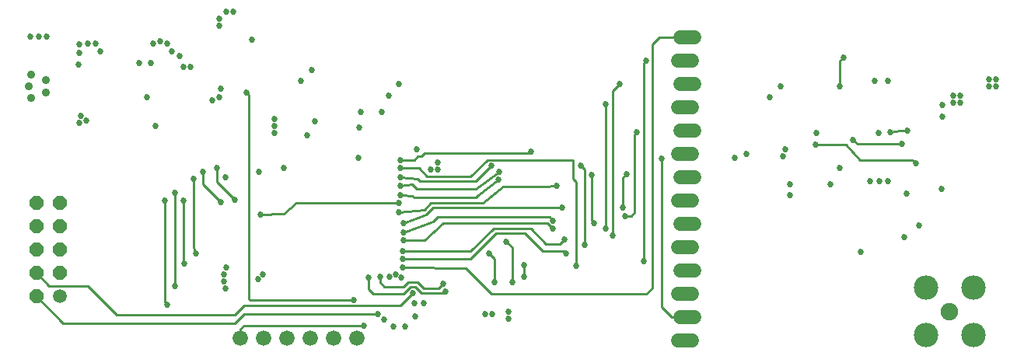
<source format=gbl>
G75*
%MOIN*%
%OFA0B0*%
%FSLAX25Y25*%
%IPPOS*%
%LPD*%
%AMOC8*
5,1,8,0,0,1.08239X$1,22.5*
%
%ADD10C,0.03543*%
%ADD11C,0.07500*%
%ADD12C,0.10500*%
%ADD13C,0.05906*%
%ADD14OC8,0.05906*%
%ADD15C,0.06600*%
%ADD16C,0.06000*%
%ADD17C,0.02700*%
%ADD18C,0.01000*%
D10*
X0019364Y0125251D03*
X0025466Y0127810D03*
X0018182Y0130369D03*
X0025466Y0132928D03*
X0019364Y0135487D03*
D11*
X0413104Y0033869D03*
D12*
X0423143Y0043908D03*
X0403065Y0043908D03*
X0403065Y0023830D03*
X0423143Y0023830D03*
D13*
X0031604Y0040369D03*
D14*
X0021604Y0040369D03*
X0021604Y0050369D03*
X0031604Y0050369D03*
X0031604Y0060369D03*
X0021604Y0060369D03*
X0021604Y0070369D03*
X0031604Y0070369D03*
X0031604Y0080369D03*
X0021604Y0080369D03*
D15*
X0109104Y0022369D03*
X0119104Y0022369D03*
X0129104Y0022369D03*
X0139104Y0022369D03*
X0149104Y0022369D03*
X0159104Y0022369D03*
D16*
X0296604Y0021369D02*
X0302604Y0021369D01*
X0303604Y0031369D02*
X0297604Y0031369D01*
X0296604Y0041369D02*
X0302604Y0041369D01*
X0303604Y0051369D02*
X0297604Y0051369D01*
X0296604Y0061369D02*
X0302604Y0061369D01*
X0303604Y0071369D02*
X0297604Y0071369D01*
X0296604Y0081369D02*
X0302604Y0081369D01*
X0303604Y0091369D02*
X0297604Y0091369D01*
X0296604Y0101369D02*
X0302604Y0101369D01*
X0303604Y0111369D02*
X0297604Y0111369D01*
X0296604Y0121369D02*
X0302604Y0121369D01*
X0303604Y0131369D02*
X0297604Y0131369D01*
X0296604Y0141369D02*
X0302604Y0141369D01*
X0303604Y0151369D02*
X0297604Y0151369D01*
D17*
X0283104Y0141369D03*
X0271604Y0131369D03*
X0265604Y0122869D03*
X0279104Y0110869D03*
X0289604Y0099369D03*
X0274604Y0092869D03*
X0259604Y0092369D03*
X0255104Y0096369D03*
X0244604Y0087869D03*
X0247104Y0078369D03*
X0243104Y0072869D03*
X0243104Y0069369D03*
X0248104Y0064869D03*
X0256604Y0062369D03*
X0248604Y0058869D03*
X0253104Y0053369D03*
X0230604Y0053869D03*
X0230604Y0048869D03*
X0225604Y0046369D03*
X0218104Y0046369D03*
X0197104Y0042369D03*
X0196104Y0045869D03*
X0183104Y0041869D03*
X0183604Y0037369D03*
X0187604Y0037369D03*
X0184104Y0031869D03*
X0179604Y0027369D03*
X0174604Y0027369D03*
X0170604Y0030369D03*
X0168104Y0032869D03*
X0162104Y0027869D03*
X0157604Y0038869D03*
X0164104Y0048369D03*
X0169104Y0048869D03*
X0173104Y0048869D03*
X0175604Y0049869D03*
X0178104Y0048369D03*
X0178604Y0052869D03*
X0178604Y0056369D03*
X0178604Y0059869D03*
X0179104Y0064369D03*
X0179104Y0067869D03*
X0179104Y0071869D03*
X0177104Y0076369D03*
X0177104Y0080369D03*
X0177604Y0083869D03*
X0177604Y0087869D03*
X0177604Y0091369D03*
X0177604Y0095369D03*
X0177604Y0098869D03*
X0184604Y0103369D03*
X0193604Y0097869D03*
X0193604Y0094869D03*
X0190604Y0094869D03*
X0216604Y0096369D03*
X0220104Y0093869D03*
X0219604Y0090369D03*
X0233604Y0102369D03*
X0273104Y0078369D03*
X0274104Y0074869D03*
X0265604Y0069369D03*
X0260604Y0071869D03*
X0268604Y0066369D03*
X0282104Y0055369D03*
X0223104Y0063869D03*
X0215604Y0058869D03*
X0224104Y0033869D03*
X0217104Y0032869D03*
X0214104Y0032869D03*
X0224104Y0030869D03*
X0118604Y0049869D03*
X0116604Y0047869D03*
X0103104Y0052869D03*
X0102104Y0049869D03*
X0102104Y0046869D03*
X0102604Y0043869D03*
X0081104Y0044869D03*
X0077604Y0036869D03*
X0085104Y0054369D03*
X0090104Y0058869D03*
X0117604Y0075369D03*
X0106604Y0081869D03*
X0100604Y0080869D03*
X0084604Y0081369D03*
X0081104Y0084869D03*
X0076604Y0081369D03*
X0089104Y0090869D03*
X0093104Y0093869D03*
X0099104Y0095369D03*
X0102604Y0091369D03*
X0117104Y0093869D03*
X0127604Y0095369D03*
X0123604Y0110369D03*
X0123604Y0113369D03*
X0123604Y0116369D03*
X0141104Y0115369D03*
X0137604Y0109369D03*
X0160104Y0112869D03*
X0160604Y0119369D03*
X0169604Y0119369D03*
X0172604Y0126369D03*
X0177104Y0131369D03*
X0139604Y0137369D03*
X0135104Y0132869D03*
X0111604Y0127869D03*
X0100604Y0129369D03*
X0100104Y0125869D03*
X0097104Y0124369D03*
X0072604Y0113369D03*
X0069104Y0125869D03*
X0043104Y0115869D03*
X0040104Y0114869D03*
X0040604Y0117869D03*
X0039604Y0139869D03*
X0040104Y0144869D03*
X0040104Y0148369D03*
X0043604Y0148869D03*
X0047104Y0148869D03*
X0049104Y0145369D03*
X0065604Y0140369D03*
X0070604Y0140369D03*
X0079604Y0145369D03*
X0083104Y0143369D03*
X0084604Y0138869D03*
X0087604Y0138869D03*
X0077604Y0148869D03*
X0074604Y0149869D03*
X0071604Y0148869D03*
X0100104Y0156369D03*
X0100104Y0159369D03*
X0103104Y0162369D03*
X0106104Y0162369D03*
X0114104Y0150369D03*
X0026104Y0151869D03*
X0022604Y0151869D03*
X0019104Y0151869D03*
X0159604Y0099869D03*
X0321104Y0099869D03*
X0326104Y0101369D03*
X0341604Y0100369D03*
X0342604Y0103369D03*
X0355604Y0105369D03*
X0356104Y0110369D03*
X0371604Y0107369D03*
X0382604Y0110369D03*
X0387604Y0110869D03*
X0395104Y0111369D03*
X0392604Y0105869D03*
X0398604Y0097369D03*
X0386604Y0089869D03*
X0383104Y0089869D03*
X0379104Y0089869D03*
X0362104Y0088369D03*
X0366104Y0095369D03*
X0344604Y0088369D03*
X0344604Y0083869D03*
X0394604Y0084369D03*
X0409604Y0086369D03*
X0400104Y0070869D03*
X0393604Y0065869D03*
X0375104Y0059369D03*
X0410104Y0117369D03*
X0410104Y0122369D03*
X0414604Y0123369D03*
X0417604Y0123369D03*
X0417604Y0126369D03*
X0414604Y0126369D03*
X0430104Y0130369D03*
X0433104Y0130369D03*
X0433104Y0133369D03*
X0430104Y0133369D03*
X0386604Y0132869D03*
X0381104Y0132869D03*
X0366104Y0130369D03*
X0340604Y0130369D03*
X0336104Y0125869D03*
X0367604Y0142869D03*
D18*
X0033104Y0028869D02*
X0021604Y0040369D01*
X0027104Y0044869D02*
X0043604Y0044869D01*
X0056104Y0032369D01*
X0106604Y0032369D01*
X0110604Y0036369D01*
X0177604Y0036369D01*
X0183104Y0041869D01*
X0184104Y0044369D02*
X0186604Y0041869D01*
X0196604Y0041869D01*
X0197104Y0042369D01*
X0194104Y0043869D02*
X0196104Y0045869D01*
X0194104Y0043869D02*
X0187604Y0043869D01*
X0185104Y0046369D01*
X0181104Y0046369D01*
X0179104Y0044369D01*
X0170604Y0044369D01*
X0169104Y0046369D01*
X0169104Y0048869D01*
X0164104Y0048369D02*
X0164104Y0043369D01*
X0166104Y0041369D01*
X0179104Y0041369D01*
X0182104Y0044369D01*
X0184104Y0044369D01*
X0178604Y0052869D02*
X0205604Y0052369D01*
X0216604Y0041369D01*
X0283104Y0041369D01*
X0285604Y0043869D01*
X0285604Y0148369D01*
X0288604Y0151369D01*
X0300604Y0151369D01*
X0283104Y0141369D02*
X0282104Y0140369D01*
X0282104Y0055369D01*
X0256604Y0062369D02*
X0256604Y0094869D01*
X0255104Y0096369D01*
X0251604Y0098869D02*
X0251604Y0090869D01*
X0253104Y0089369D01*
X0253104Y0053369D01*
X0248604Y0058869D02*
X0247604Y0059869D01*
X0238604Y0059869D01*
X0231104Y0067369D01*
X0218604Y0067369D01*
X0207604Y0056369D01*
X0178604Y0056369D01*
X0178604Y0059869D02*
X0207604Y0059869D01*
X0217604Y0069369D01*
X0233604Y0069369D01*
X0240104Y0062869D01*
X0246104Y0062869D01*
X0248104Y0064869D01*
X0243104Y0069369D02*
X0240604Y0071869D01*
X0196104Y0071869D01*
X0188104Y0064369D01*
X0179104Y0064369D01*
X0179104Y0067869D02*
X0191604Y0072369D01*
X0193604Y0074369D01*
X0241604Y0074369D01*
X0243104Y0072869D01*
X0247104Y0078369D02*
X0191604Y0078369D01*
X0188604Y0075369D01*
X0179104Y0071869D01*
X0177104Y0076369D02*
X0188104Y0077369D01*
X0190604Y0080369D01*
X0213104Y0080369D01*
X0221604Y0087369D01*
X0238604Y0087369D01*
X0244604Y0087869D01*
X0259604Y0092369D02*
X0259604Y0072869D01*
X0260604Y0071869D01*
X0265604Y0069369D02*
X0265604Y0122869D01*
X0268604Y0128369D02*
X0271604Y0131369D01*
X0268604Y0128369D02*
X0268604Y0066369D01*
X0274104Y0074869D02*
X0276604Y0074869D01*
X0278104Y0076369D01*
X0278104Y0109869D01*
X0279104Y0110869D01*
X0289604Y0099369D02*
X0289604Y0035869D01*
X0294104Y0031369D01*
X0300604Y0031369D01*
X0230604Y0048869D02*
X0230604Y0053869D01*
X0218104Y0056369D02*
X0215604Y0058869D01*
X0218104Y0056369D02*
X0218104Y0046369D01*
X0225604Y0046369D02*
X0225604Y0061369D01*
X0223104Y0063869D01*
X0177104Y0080369D02*
X0133104Y0080369D01*
X0127604Y0075869D01*
X0122604Y0075869D01*
X0122104Y0075369D01*
X0117604Y0075369D01*
X0106604Y0081869D02*
X0099104Y0089369D01*
X0099104Y0095369D01*
X0093104Y0093869D02*
X0093104Y0088369D01*
X0100604Y0080869D01*
X0084604Y0081369D02*
X0084604Y0054869D01*
X0085104Y0054369D01*
X0090104Y0058869D02*
X0089104Y0061369D01*
X0089104Y0090869D01*
X0081104Y0084869D02*
X0081104Y0044869D01*
X0076604Y0037869D02*
X0077604Y0036869D01*
X0076604Y0037869D02*
X0076604Y0081369D01*
X0027104Y0044869D02*
X0021604Y0050369D01*
X0033104Y0028869D02*
X0106604Y0028869D01*
X0110604Y0032869D01*
X0168104Y0032869D01*
X0162104Y0027869D02*
X0110604Y0027869D01*
X0109104Y0026369D01*
X0109104Y0022369D01*
X0113104Y0038869D02*
X0157604Y0038869D01*
X0113104Y0038869D02*
X0112604Y0039369D01*
X0112604Y0126869D01*
X0111604Y0127869D01*
X0177604Y0098869D02*
X0183604Y0098869D01*
X0185104Y0100369D01*
X0186604Y0100369D01*
X0188104Y0101869D01*
X0233104Y0101869D01*
X0233604Y0102369D01*
X0216604Y0096369D02*
X0210104Y0089869D01*
X0186104Y0089869D01*
X0185104Y0090869D01*
X0177604Y0091369D01*
X0177604Y0087869D02*
X0182604Y0088369D01*
X0184604Y0086369D01*
X0210104Y0086369D01*
X0220104Y0093869D01*
X0219604Y0090369D02*
X0211104Y0083869D01*
X0210104Y0082869D01*
X0183604Y0082869D01*
X0182604Y0083369D01*
X0182104Y0083369D01*
X0179104Y0083869D01*
X0177604Y0083869D01*
X0189104Y0091869D02*
X0207604Y0091869D01*
X0215104Y0098869D01*
X0251604Y0098869D01*
X0273104Y0091369D02*
X0274604Y0092869D01*
X0273104Y0091369D02*
X0273104Y0078369D01*
X0189104Y0091869D02*
X0185604Y0095369D01*
X0177604Y0095369D01*
X0355604Y0105369D02*
X0368604Y0105369D01*
X0374604Y0098869D01*
X0397104Y0098869D01*
X0398604Y0097369D01*
X0392604Y0105869D02*
X0373604Y0105869D01*
X0371604Y0107369D01*
X0387604Y0110869D02*
X0392104Y0111369D01*
X0395104Y0111369D01*
X0366104Y0130369D02*
X0366104Y0141369D01*
X0367604Y0142869D01*
M02*

</source>
